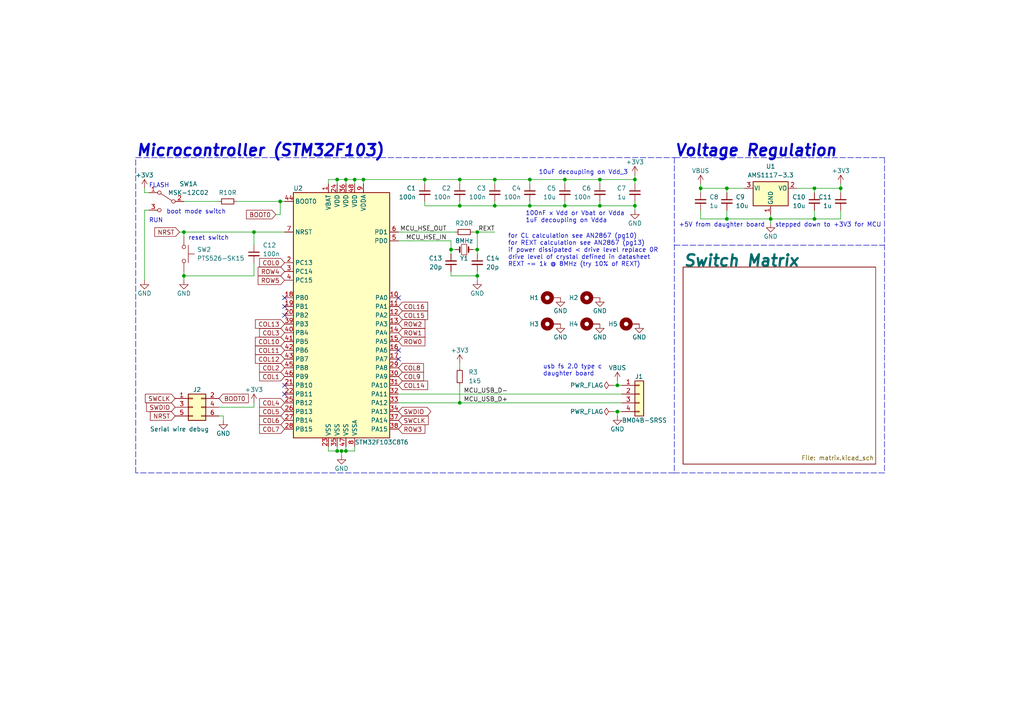
<source format=kicad_sch>
(kicad_sch (version 20211123) (generator eeschema)
  (paper "A4")
  (title_block (title "mech-eighty schematic") (date "2022-08-18") (rev "1.0") (company "rothman"))
  (lib_symbols
    (symbol "Connector_Generic:Conn_01x04" (pin_names (offset 1.016) hide)
      (property "Reference" "J" (at 0 5.08 0))
      (property "Value" "Conn_01x04" (at 0 -7.62 0))
      (symbol "Conn_01x04_1_1"
        (rectangle (start -1.27 -4.953) (end 0 -5.207) (stroke (width 0.1524)))
        (rectangle (start -1.27 -2.413) (end 0 -2.667) (stroke (width 0.1524)))
        (rectangle (start -1.27 0.127) (end 0 -0.127) (stroke (width 0.1524)))
        (rectangle (start -1.27 2.667) (end 0 2.413) (stroke (width 0.1524)))
        (rectangle (start -1.27 3.81) (end 1.27 -6.35) (stroke (width 0.254)) (fill (type background)))
        (pin passive line (at -5.08 2.54 0) (length 3.81) (name "Pin_1") (number "1"))
        (pin passive line (at -5.08 0 0) (length 3.81) (name "Pin_2") (number "2"))
        (pin passive line (at -5.08 -2.54 0) (length 3.81) (name "Pin_3") (number "3"))
        (pin passive line (at -5.08 -5.08 0) (length 3.81) (name "Pin_4") (number "4"))
      )
    )
    (symbol "Connector_Generic:Conn_02x03_Odd_Even" (pin_names (offset 1.016) hide)
      (property "Reference" "J" (at 1.27 5.08 0))
      (property "Value" "Conn_02x03_Odd_Even" (at 1.27 -5.08 0))
      (symbol "Conn_02x03_Odd_Even_1_1"
        (rectangle (start -1.27 -2.413) (end 0 -2.667) (stroke (width 0.1524)))
        (rectangle (start -1.27 0.127) (end 0 -0.127) (stroke (width 0.1524)))
        (rectangle (start -1.27 2.667) (end 0 2.413) (stroke (width 0.1524)))
        (rectangle (start -1.27 3.81) (end 3.81 -3.81) (stroke (width 0.254)) (fill (type background)))
        (rectangle (start 3.81 -2.413) (end 2.54 -2.667) (stroke (width 0.1524)))
        (rectangle (start 3.81 0.127) (end 2.54 -0.127) (stroke (width 0.1524)))
        (rectangle (start 3.81 2.667) (end 2.54 2.413) (stroke (width 0.1524)))
        (pin passive line (at -5.08 2.54 0) (length 3.81) (name "Pin_1") (number "1"))
        (pin passive line (at 7.62 2.54 180) (length 3.81) (name "Pin_2") (number "2"))
        (pin passive line (at -5.08 0 0) (length 3.81) (name "Pin_3") (number "3"))
        (pin passive line (at 7.62 0 180) (length 3.81) (name "Pin_4") (number "4"))
        (pin passive line (at -5.08 -2.54 0) (length 3.81) (name "Pin_5") (number "5"))
        (pin passive line (at 7.62 -2.54 180) (length 3.81) (name "Pin_6") (number "6"))
      )
    )
    (symbol "Device:C_Small" (pin_numbers hide) (pin_names (offset 0.254) hide)
      (property "Reference" "C" (at 0.254 1.778 0))
      (property "Value" "C_Small" (at 0.254 -2.032 0))
      (symbol "C_Small_0_1"
        (polyline (pts (xy -1.524 -0.508) (xy 1.524 -0.508)) (stroke (width 0.3302)))
        (polyline (pts (xy -1.524 0.508) (xy 1.524 0.508)) (stroke (width 0.3048)))
      )
      (symbol "C_Small_1_1"
        (pin passive line (at 0 2.54 270) (length 2.032) (name "~") (number "1"))
        (pin passive line (at 0 -2.54 90) (length 2.032) (name "~") (number "2"))
      )
    )
    (symbol "Device:Crystal_Small" (pin_numbers hide) (pin_names (offset 1.016) hide)
      (property "Reference" "Y" (at 0 2.54 0))
      (property "Value" "Crystal_Small" (at 0 -2.54 0))
      (symbol "Crystal_Small_0_1"
        (rectangle (start -0.762 -1.524) (end 0.762 1.524))
        (polyline (pts (xy -1.27 -0.762) (xy -1.27 0.762)) (stroke (width 0.381)))
        (polyline (pts (xy 1.27 -0.762) (xy 1.27 0.762)) (stroke (width 0.381)))
      )
      (symbol "Crystal_Small_1_1"
        (pin passive line (at -2.54 0 0) (length 1.27) (name "1") (number "1"))
        (pin passive line (at 2.54 0 180) (length 1.27) (name "2") (number "2"))
      )
    )
    (symbol "Device:R_Small" (pin_numbers hide) (pin_names (offset 0.254) hide)
      (property "Reference" "R" (at 0.762 0.508 0))
      (property "Value" "R_Small" (at 0.762 -1.016 0))
      (symbol "R_Small_0_1"
        (rectangle (start -0.762 1.778) (end 0.762 -1.778) (stroke (width 0.2032)))
      )
      (symbol "R_Small_1_1"
        (pin passive line (at 0 2.54 270) (length 0.762) (name "~") (number "1"))
        (pin passive line (at 0 -2.54 90) (length 0.762) (name "~") (number "2"))
      )
    )
    (symbol "Mechanical:MountingHole_Pad" (pin_numbers hide) (pin_names (offset 1.016) hide)
      (property "Reference" "H" (at 0 6.35 0))
      (property "Value" "MountingHole_Pad" (at 0 4.445 0))
      (symbol "MountingHole_Pad_0_1"
        (circle (center 0 1.27) (radius 1.27) (stroke (width 1.27)))
      )
      (symbol "MountingHole_Pad_1_1"
        (pin input line (at 0 -2.54 90) (length 2.54) (name "1") (number "1"))
      )
    )
    (symbol "Regulator_Linear:AMS1117-3.3" (pin_names (offset 0.254))
      (property "Reference" "U" (at -3.81 3.175 0))
      (property "Value" "AMS1117-3.3" (at 0 3.175 0))
      (symbol "AMS1117-3.3_0_1"
        (rectangle (start -5.08 -5.08) (end 5.08 1.905) (stroke (width 0.254)) (fill (type background)))
      )
      (symbol "AMS1117-3.3_1_1"
        (pin power_in line (at 0 -7.62 90) (length 2.54) (name "GND") (number "1"))
        (pin power_out line (at 7.62 0 180) (length 2.54) (name "VO") (number "2"))
        (pin power_in line (at -7.62 0 0) (length 2.54) (name "VI") (number "3"))
      )
    )
    (symbol "STM32_F103C8T6:STM32F103C8T6"
      (property "Reference" "U" (at -12.7 36.83 0))
      (property "Value" "STM32F103C8T6" (at 15.24 36.83 0))
      (symbol "STM32F103C8T6_0_1"
        (rectangle (start -13.97 -35.56) (end 13.97 35.56) (stroke (width 0.254)) (fill (type background)))
      )
      (symbol "STM32F103C8T6_1_1"
        (pin power_in line (at -3.81 38.1 270) (length 2.54) (name "VBAT") (number "1"))
        (pin bidirectional line (at 16.51 5.08 180) (length 2.54) (name "PA0") (number "10"))
        (pin bidirectional line (at 16.51 2.54 180) (length 2.54) (name "PA1") (number "11"))
        (pin bidirectional line (at 16.51 0 180) (length 2.54) (name "PA2") (number "12"))
        (pin bidirectional line (at 16.51 -2.54 180) (length 2.54) (name "PA3") (number "13"))
        (pin bidirectional line (at 16.51 -5.08 180) (length 2.54) (name "PA4") (number "14"))
        (pin bidirectional line (at 16.51 -7.62 180) (length 2.54) (name "PA5") (number "15"))
        (pin bidirectional line (at 16.51 -10.16 180) (length 2.54) (name "PA6") (number "16"))
        (pin bidirectional line (at 16.51 -12.7 180) (length 2.54) (name "PA7") (number "17"))
        (pin bidirectional line (at -16.51 5.08 0) (length 2.54) (name "PB0") (number "18"))
        (pin bidirectional line (at -16.51 2.54 0) (length 2.54) (name "PB1") (number "19"))
        (pin bidirectional line (at -16.51 15.24 0) (length 2.54) (name "PC13") (number "2"))
        (pin bidirectional line (at -16.51 0 0) (length 2.54) (name "PB2") (number "20"))
        (pin bidirectional line (at -16.51 -20.32 0) (length 2.54) (name "PB10") (number "21"))
        (pin bidirectional line (at -16.51 -22.86 0) (length 2.54) (name "PB11") (number "22"))
        (pin power_in line (at -3.81 -38.1 90) (length 2.54) (name "VSS") (number "23"))
        (pin power_in line (at -1.27 38.1 270) (length 2.54) (name "VDD") (number "24"))
        (pin bidirectional line (at -16.51 -25.4 0) (length 2.54) (name "PB12") (number "25"))
        (pin bidirectional line (at -16.51 -27.94 0) (length 2.54) (name "PB13") (number "26"))
        (pin bidirectional line (at -16.51 -30.48 0) (length 2.54) (name "PB14") (number "27"))
        (pin bidirectional line (at -16.51 -33.02 0) (length 2.54) (name "PB15") (number "28"))
        (pin bidirectional line (at 16.51 -15.24 180) (length 2.54) (name "PA8") (number "29"))
        (pin bidirectional line (at -16.51 12.7 0) (length 2.54) (name "PC14") (number "3"))
        (pin bidirectional line (at 16.51 -17.78 180) (length 2.54) (name "PA9") (number "30"))
        (pin bidirectional line (at 16.51 -20.32 180) (length 2.54) (name "PA10") (number "31"))
        (pin bidirectional line (at 16.51 -22.86 180) (length 2.54) (name "PA11") (number "32"))
        (pin bidirectional line (at 16.51 -25.4 180) (length 2.54) (name "PA12") (number "33"))
        (pin bidirectional line (at 16.51 -27.94 180) (length 2.54) (name "PA13") (number "34"))
        (pin power_in line (at -1.27 -38.1 90) (length 2.54) (name "VSS") (number "35"))
        (pin power_in line (at 1.27 38.1 270) (length 2.54) (name "VDD") (number "36"))
        (pin bidirectional line (at 16.51 -30.48 180) (length 2.54) (name "PA14") (number "37"))
        (pin bidirectional line (at 16.51 -33.02 180) (length 2.54) (name "PA15") (number "38"))
        (pin bidirectional line (at -16.51 -2.54 0) (length 2.54) (name "PB3") (number "39"))
        (pin bidirectional line (at -16.51 10.16 0) (length 2.54) (name "PC15") (number "4"))
        (pin bidirectional line (at -16.51 -5.08 0) (length 2.54) (name "PB4") (number "40"))
        (pin bidirectional line (at -16.51 -7.62 0) (length 2.54) (name "PB5") (number "41"))
        (pin bidirectional line (at -16.51 -10.16 0) (length 2.54) (name "PB6") (number "42"))
        (pin bidirectional line (at -16.51 -12.7 0) (length 2.54) (name "PB7") (number "43"))
        (pin input line (at -16.51 33.02 0) (length 2.54) (name "BOOT0") (number "44"))
        (pin bidirectional line (at -16.51 -15.24 0) (length 2.54) (name "PB8") (number "45"))
        (pin bidirectional line (at -16.51 -17.78 0) (length 2.54) (name "PB9") (number "46"))
        (pin power_in line (at 1.27 -38.1 90) (length 2.54) (name "VSS") (number "47"))
        (pin power_in line (at 3.81 38.1 270) (length 2.54) (name "VDD") (number "48"))
        (pin input line (at 16.51 21.59 180) (length 2.54) (name "PD0") (number "5"))
        (pin input line (at 16.51 24.13 180) (length 2.54) (name "PD1") (number "6"))
        (pin input line (at -16.51 24.13 0) (length 2.54) (name "NRST") (number "7"))
        (pin power_in line (at 3.81 -38.1 90) (length 2.54) (name "VSSA") (number "8"))
        (pin power_in line (at 6.35 38.1 270) (length 2.54) (name "VDDA") (number "9"))
      )
    )
    (symbol "Switch:SW_DPDT_x2" (pin_names (offset 0) hide)
      (property "Reference" "SW" (at 0 4.318 0))
      (property "Value" "SW_DPDT_x2" (at 0 -5.08 0))
      (symbol "SW_DPDT_x2_0_0"
        (circle (center -2.032 0) (radius 0.508))
        (circle (center 2.032 -2.54) (radius 0.508))
      )
      (symbol "SW_DPDT_x2_0_1"
        (polyline (pts (xy -1.524 0.254) (xy 1.651 2.286)))
        (circle (center 2.032 2.54) (radius 0.508))
      )
      (symbol "SW_DPDT_x2_1_1"
        (pin passive line (at 5.08 2.54 180) (length 2.54) (name "A") (number "1"))
        (pin passive line (at -5.08 0 0) (length 2.54) (name "B") (number "2"))
        (pin passive line (at 5.08 -2.54 180) (length 2.54) (name "C") (number "3"))
      )
      (symbol "SW_DPDT_x2_2_1"
        (pin passive line (at 5.08 2.54 180) (length 2.54) (name "A") (number "4"))
        (pin passive line (at -5.08 0 0) (length 2.54) (name "B") (number "5"))
        (pin passive line (at 5.08 -2.54 180) (length 2.54) (name "C") (number "6"))
      )
    )
    (symbol "Switch:SW_Push" (pin_numbers hide) (pin_names (offset 1.016) hide)
      (property "Reference" "SW" (at 1.27 2.54 0))
      (property "Value" "SW_Push" (at 0 -1.524 0))
      (symbol "SW_Push_0_1"
        (circle (center -2.032 0) (radius 0.508))
        (polyline (pts (xy 0 1.27) (xy 0 3.048)))
        (polyline (pts (xy 2.54 1.27) (xy -2.54 1.27)))
        (circle (center 2.032 0) (radius 0.508))
        (pin passive line (at -5.08 0 0) (length 2.54) (name "1") (number "1"))
        (pin passive line (at 5.08 0 180) (length 2.54) (name "2") (number "2"))
      )
    )
    (symbol "power:+3V3" (power) (pin_names (offset 0))
      (property "Value" "+3V3" (at 0 3.556 0))
      (symbol "+3V3_0_1"
        (polyline (pts (xy -0.762 1.27) (xy 0 2.54)))
        (polyline (pts (xy 0 0) (xy 0 2.54)))
        (polyline (pts (xy 0 2.54) (xy 0.762 1.27)))
      )
      (symbol "+3V3_1_1"
        (pin power_in line (at 0 0 90) (length 0) hide (name "+3V3") (number "1"))
      )
    )
    (symbol "power:GND" (power) (pin_names (offset 0))
      (property "Value" "GND" (at 0 -3.81 0))
      (symbol "GND_0_1"
        (polyline (pts (xy 0 0) (xy 0 -1.27) (xy 1.27 -1.27) (xy 0 -2.54) (xy -1.27 -1.27) (xy 0 -1.27)))
      )
      (symbol "GND_1_1"
        (pin power_in line (at 0 0 270) (length 0) hide (name "GND") (number "1"))
      )
    )
    (symbol "power:PWR_FLAG" (power) (pin_numbers hide) (pin_names (offset 0) hide)
      (property "Value" "PWR_FLAG" (at 0 3.81 0))
      (symbol "PWR_FLAG_0_0"
        (pin power_out line (at 0 0 90) (length 0) (name "pwr") (number "1"))
      )
      (symbol "PWR_FLAG_0_1"
        (polyline (pts (xy 0 0) (xy 0 1.27) (xy -1.016 1.905) (xy 0 2.54) (xy 1.016 1.905) (xy 0 1.27)))
      )
    )
    (symbol "power:VBUS" (power) (pin_names (offset 0))
      (property "Value" "VBUS" (at 0 3.81 0))
      (symbol "VBUS_0_1"
        (polyline (pts (xy -0.762 1.27) (xy 0 2.54)))
        (polyline (pts (xy 0 0) (xy 0 2.54)))
        (polyline (pts (xy 0 2.54) (xy 0.762 1.27)))
      )
      (symbol "VBUS_1_1"
        (pin power_in line (at 0 0 90) (length 0) hide (name "VBUS") (number "1"))
      )
    )
  )
  (junction (at 153.67 59.69))
  (junction (at 163.83 59.69))
  (junction (at 133.35 52.07))
  (junction (at 163.83 52.07))
  (junction (at 133.35 59.69))
  (junction (at 173.99 52.07))
  (junction (at 236.22 54.61))
  (junction (at 53.34 80.01))
  (junction (at 143.51 52.07))
  (junction (at 153.67 52.07))
  (junction (at 138.43 72.39))
  (junction (at 243.84 54.61))
  (junction (at 130.81 72.39))
  (junction (at 138.43 67.31))
  (junction (at 143.51 59.69))
  (junction (at 210.82 63.5))
  (junction (at 223.52 63.5))
  (junction (at 210.82 54.61))
  (junction (at 100.33 130.81))
  (junction (at 97.79 52.07))
  (junction (at 81.28 58.42))
  (junction (at 138.43 80.01))
  (junction (at 73.66 67.31))
  (junction (at 179.07 111.76))
  (junction (at 123.19 52.07))
  (junction (at 102.87 52.07))
  (junction (at 184.15 59.69))
  (junction (at 203.2 54.61))
  (junction (at 179.07 119.38))
  (junction (at 184.15 52.07))
  (junction (at 133.35 116.84))
  (junction (at 236.22 63.5))
  (junction (at 100.33 52.07))
  (junction (at 173.99 59.69))
  (junction (at 97.79 130.81))
  (junction (at 105.41 52.07))
  (junction (at 99.06 130.81))
  (junction (at 53.34 67.31))
  (no_connect (at 82.55 88.9))
  (no_connect (at 82.55 91.44))
  (no_connect (at 115.57 86.36))
  (no_connect (at 115.57 101.6))
  (no_connect (at 82.55 111.76))
  (no_connect (at 82.55 114.3))
  (no_connect (at 82.55 86.36))
  (no_connect (at 115.57 104.14))
  (wire (pts (xy 53.34 67.31) (xy 73.66 67.31)))
  (wire (pts (xy 95.25 130.81) (xy 97.79 130.81)))
  (wire (pts (xy 95.25 53.34) (xy 95.25 52.07)))
  (wire (pts (xy 105.41 52.07) (xy 123.19 52.07)))
  (wire (pts (xy 41.91 54.61) (xy 41.91 55.88)))
  (wire (pts (xy 130.81 72.39) (xy 132.08 72.39)))
  (wire (pts (xy 53.34 67.31) (xy 53.34 68.58)))
  (wire (pts (xy 52.07 67.31) (xy 53.34 67.31)))
  (wire (pts (xy 177.8 111.76) (xy 179.07 111.76)))
  (wire (pts (xy 115.57 67.31) (xy 132.08 67.31)))
  (wire (pts (xy 100.33 129.54) (xy 100.33 130.81)))
  (wire (pts (xy 64.77 120.65) (xy 63.5 120.65)))
  (wire (pts (xy 137.16 72.39) (xy 138.43 72.39)))
  (wire (pts (xy 210.82 60.96) (xy 210.82 63.5)))
  (wire (pts (xy 243.84 60.96) (xy 243.84 63.5)))
  (wire (pts (xy 223.52 63.5) (xy 223.52 62.23)))
  (wire (pts (xy 173.99 58.42) (xy 173.99 59.69)))
  (wire (pts (xy 236.22 54.61) (xy 236.22 55.88)))
  (wire (pts (xy 102.87 52.07) (xy 102.87 53.34)))
  (wire (pts (xy 153.67 52.07) (xy 153.67 53.34)))
  (polyline (pts (xy 39.37 45.72) (xy 195.58 45.72)))
  (wire (pts (xy 133.35 116.84) (xy 180.34 116.84)))
  (wire (pts (xy 173.99 59.69) (xy 163.83 59.69)))
  (wire (pts (xy 184.15 59.69) (xy 173.99 59.69)))
  (wire (pts (xy 133.35 59.69) (xy 123.19 59.69)))
  (wire (pts (xy 163.83 58.42) (xy 163.83 59.69)))
  (wire (pts (xy 184.15 50.8) (xy 184.15 52.07)))
  (wire (pts (xy 97.79 130.81) (xy 99.06 130.81)))
  (wire (pts (xy 82.55 67.31) (xy 73.66 67.31)))
  (wire (pts (xy 138.43 80.01) (xy 138.43 81.28)))
  (wire (pts (xy 184.15 58.42) (xy 184.15 59.69)))
  (wire (pts (xy 143.51 59.69) (xy 133.35 59.69)))
  (wire (pts (xy 95.25 52.07) (xy 97.79 52.07)))
  (wire (pts (xy 73.66 67.31) (xy 73.66 71.12)))
  (wire (pts (xy 102.87 129.54) (xy 102.87 130.81)))
  (wire (pts (xy 41.91 55.88) (xy 43.18 55.88)))
  (wire (pts (xy 123.19 52.07) (xy 123.19 53.34)))
  (wire (pts (xy 137.16 67.31) (xy 138.43 67.31)))
  (wire (pts (xy 236.22 63.5) (xy 223.52 63.5)))
  (wire (pts (xy 203.2 54.61) (xy 203.2 53.34)))
  (wire (pts (xy 130.81 69.85) (xy 130.81 72.39)))
  (wire (pts (xy 100.33 52.07) (xy 102.87 52.07)))
  (wire (pts (xy 173.99 52.07) (xy 184.15 52.07)))
  (wire (pts (xy 163.83 52.07) (xy 163.83 53.34)))
  (wire (pts (xy 80.01 62.23) (xy 81.28 62.23)))
  (wire (pts (xy 41.91 60.96) (xy 43.18 60.96)))
  (wire (pts (xy 73.66 116.84) (xy 73.66 118.11)))
  (wire (pts (xy 180.34 119.38) (xy 179.07 119.38)))
  (wire (pts (xy 115.57 69.85) (xy 130.81 69.85)))
  (wire (pts (xy 163.83 52.07) (xy 173.99 52.07)))
  (polyline (pts (xy 39.37 137.16) (xy 39.37 45.72)))
  (wire (pts (xy 100.33 130.81) (xy 102.87 130.81)))
  (wire (pts (xy 133.35 52.07) (xy 143.51 52.07)))
  (wire (pts (xy 143.51 58.42) (xy 143.51 59.69)))
  (wire (pts (xy 123.19 52.07) (xy 133.35 52.07)))
  (wire (pts (xy 99.06 130.81) (xy 100.33 130.81)))
  (wire (pts (xy 210.82 63.5) (xy 203.2 63.5)))
  (polyline (pts (xy 195.58 137.16) (xy 39.37 137.16)))
  (wire (pts (xy 179.07 110.49) (xy 179.07 111.76)))
  (wire (pts (xy 223.52 63.5) (xy 210.82 63.5)))
  (wire (pts (xy 133.35 58.42) (xy 133.35 59.69)))
  (wire (pts (xy 138.43 78.74) (xy 138.43 80.01)))
  (wire (pts (xy 153.67 59.69) (xy 143.51 59.69)))
  (wire (pts (xy 64.77 121.92) (xy 64.77 120.65)))
  (wire (pts (xy 223.52 64.77) (xy 223.52 63.5)))
  (wire (pts (xy 81.28 58.42) (xy 81.28 62.23)))
  (wire (pts (xy 203.2 54.61) (xy 210.82 54.61)))
  (wire (pts (xy 179.07 119.38) (xy 179.07 120.65)))
  (wire (pts (xy 163.83 59.69) (xy 153.67 59.69)))
  (polyline (pts (xy 195.58 71.12) (xy 256.54 71.12)))
  (wire (pts (xy 115.57 116.84) (xy 133.35 116.84)))
  (wire (pts (xy 53.34 80.01) (xy 53.34 81.28)))
  (wire (pts (xy 102.87 52.07) (xy 105.41 52.07)))
  (wire (pts (xy 53.34 58.42) (xy 63.5 58.42)))
  (wire (pts (xy 100.33 52.07) (xy 100.33 53.34)))
  (wire (pts (xy 133.35 52.07) (xy 133.35 53.34)))
  (wire (pts (xy 203.2 55.88) (xy 203.2 54.61)))
  (wire (pts (xy 95.25 129.54) (xy 95.25 130.81)))
  (wire (pts (xy 105.41 52.07) (xy 105.41 53.34)))
  (wire (pts (xy 97.79 52.07) (xy 97.79 53.34)))
  (wire (pts (xy 133.35 105.41) (xy 133.35 106.68)))
  (wire (pts (xy 130.81 80.01) (xy 138.43 80.01)))
  (wire (pts (xy 243.84 54.61) (xy 243.84 55.88)))
  (wire (pts (xy 177.8 119.38) (xy 179.07 119.38)))
  (wire (pts (xy 115.57 114.3) (xy 180.34 114.3)))
  (wire (pts (xy 138.43 72.39) (xy 138.43 73.66)))
  (wire (pts (xy 133.35 111.76) (xy 133.35 116.84)))
  (wire (pts (xy 153.67 52.07) (xy 163.83 52.07)))
  (wire (pts (xy 73.66 76.2) (xy 73.66 80.01)))
  (wire (pts (xy 97.79 129.54) (xy 97.79 130.81)))
  (polyline (pts (xy 256.54 45.72) (xy 256.54 137.16)))
  (wire (pts (xy 180.34 111.76) (xy 179.07 111.76)))
  (wire (pts (xy 143.51 52.07) (xy 153.67 52.07)))
  (wire (pts (xy 130.81 72.39) (xy 130.81 73.66)))
  (wire (pts (xy 68.58 58.42) (xy 81.28 58.42)))
  (wire (pts (xy 53.34 78.74) (xy 53.34 80.01)))
  (wire (pts (xy 173.99 52.07) (xy 173.99 53.34)))
  (wire (pts (xy 210.82 54.61) (xy 210.82 55.88)))
  (polyline (pts (xy 195.58 45.72) (xy 195.58 137.16)))
  (wire (pts (xy 41.91 81.28) (xy 41.91 60.96)))
  (wire (pts (xy 63.5 118.11) (xy 73.66 118.11)))
  (wire (pts (xy 143.51 52.07) (xy 143.51 53.34)))
  (wire (pts (xy 123.19 58.42) (xy 123.19 59.69)))
  (wire (pts (xy 138.43 67.31) (xy 138.43 72.39)))
  (wire (pts (xy 184.15 52.07) (xy 184.15 53.34)))
  (wire (pts (xy 203.2 63.5) (xy 203.2 60.96)))
  (wire (pts (xy 130.81 78.74) (xy 130.81 80.01)))
  (wire (pts (xy 97.79 52.07) (xy 100.33 52.07)))
  (wire (pts (xy 53.34 80.01) (xy 73.66 80.01)))
  (polyline (pts (xy 256.54 137.16) (xy 195.58 137.16)))
  (wire (pts (xy 81.28 58.42) (xy 82.55 58.42)))
  (wire (pts (xy 153.67 58.42) (xy 153.67 59.69)))
  (wire (pts (xy 243.84 53.34) (xy 243.84 54.61)))
  (wire (pts (xy 231.14 54.61) (xy 236.22 54.61)))
  (wire (pts (xy 215.9 54.61) (xy 210.82 54.61)))
  (wire (pts (xy 236.22 54.61) (xy 243.84 54.61)))
  (polyline (pts (xy 195.58 45.72) (xy 256.54 45.72)))
  (wire (pts (xy 243.84 63.5) (xy 236.22 63.5)))
  (wire (pts (xy 138.43 67.31) (xy 143.51 67.31)))
  (wire (pts (xy 184.15 60.96) (xy 184.15 59.69)))
  (wire (pts (xy 236.22 60.96) (xy 236.22 63.5)))
  (wire (pts (xy 99.06 130.81) (xy 99.06 132.08)))
  (text "reset switch" (at 54.61 69.85 0) (effects (font (size 1.27 1.27)) (justify left bottom)))
  (text "+5V from daughter board" (at 196.85 66.04 0) (effects (font (size 1.27 1.27)) (justify left bottom)))
  (text "boot mode switch" (at 48.26 62.23 0) (effects (font (size 1.27 1.27)) (justify left bottom)))
  (text "Microcontroller (STM32F103)" (at 39.37 45.72 0) (effects (font (size 3.27 3.27) (thickness 0.654) bold italic) (justify left bottom)))
  (text "100nF x Vdd or Vbat or Vdda\n1uF decoupling on Vdda" (at 152.4 64.77 0) (effects (font (size 1.27 1.27)) (justify left bottom)))
  (text "Voltage Regulation" (at 195.58 45.72 0) (effects (font (size 3.27 3.27) (thickness 0.654) bold italic) (justify left bottom)))
  (text "stepped down to +3V3 for MCU" (at 224.79 66.04 0) (effects (font (size 1.27 1.27)) (justify left bottom)))
  (text "10uF decoupling on Vdd_3" (at 156.21 50.8 0) (effects (font (size 1.27 1.27)) (justify left bottom)))
  (text "for CL calculation see AN2867 (pg10)\nfor REXT calculation see AN2867 (pg13)\nif power dissipated < drive level replace 0R\ndrive level of crystal defined in datasheet\nREXT ~= 1k @ 8MHz (try 10% of REXT)" (at 147.32 77.47 0) (effects (font (size 1.27 1.27)) (justify left bottom)))
  (text "usb fs 2.0 type c\ndaughter board" (at 157.48 109.22 0) (effects (font (size 1.27 1.27)) (justify left bottom)))
  (text "RUN" (at 43.18 64.77 0) (effects (font (size 1.27 1.27)) (justify left bottom)))
  (text "FLASH" (at 43.18 54.61 0) (effects (font (size 1.27 1.27)) (justify left bottom)))
  (label "MCU_HSE_OUT" (at 129.54 67.31 180))
  (label "REXT" (at 143.51 67.31 180))
  (label "MCU_USB_D-" (at 147.32 114.3 180))
  (label "MCU_HSE_IN" (at 129.54 69.85 180))
  (label "MCU_USB_D+" (at 147.32 116.84 180))
  (global_label "SWCLK" (shape input) (at 50.8 115.57 180) (property "Intersheet References" "${INTERSHEET_REFS}" (effects hide)))
  (global_label "ROW1" (shape input) (at 115.57 96.52 0) (property "Intersheet References" "${INTERSHEET_REFS}" (effects hide)))
  (global_label "COL4" (shape input) (at 82.55 116.84 180) (property "Intersheet References" "${INTERSHEET_REFS}" (effects hide)))
  (global_label "SWCLK" (shape input) (at 115.57 121.92 0) (property "Intersheet References" "${INTERSHEET_REFS}" (effects hide)))
  (global_label "COL5" (shape input) (at 82.55 119.38 180) (property "Intersheet References" "${INTERSHEET_REFS}" (effects hide)))
  (global_label "COL7" (shape input) (at 82.55 124.46 180) (property "Intersheet References" "${INTERSHEET_REFS}" (effects hide)))
  (global_label "COL11" (shape input) (at 82.55 101.6 180) (property "Intersheet References" "${INTERSHEET_REFS}" (effects hide)))
  (global_label "ROW3" (shape input) (at 115.57 124.46 0) (property "Intersheet References" "${INTERSHEET_REFS}" (effects hide)))
  (global_label "SWDIO" (shape input) (at 50.8 118.11 180) (property "Intersheet References" "${INTERSHEET_REFS}" (effects hide)))
  (global_label "COL3" (shape input) (at 82.55 96.52 180) (property "Intersheet References" "${INTERSHEET_REFS}" (effects hide)))
  (global_label "NRST" (shape input) (at 50.8 120.65 180) (property "Intersheet References" "${INTERSHEET_REFS}" (effects hide)))
  (global_label "COL6" (shape input) (at 82.55 121.92 180) (property "Intersheet References" "${INTERSHEET_REFS}" (effects hide)))
  (global_label "ROW5" (shape input) (at 82.55 81.28 180) (property "Intersheet References" "${INTERSHEET_REFS}" (effects hide)))
  (global_label "COL2" (shape input) (at 82.55 106.68 180) (property "Intersheet References" "${INTERSHEET_REFS}" (effects hide)))
  (global_label "ROW0" (shape input) (at 115.57 99.06 0) (property "Intersheet References" "${INTERSHEET_REFS}" (effects hide)))
  (global_label "BOOT0" (shape input) (at 63.5 115.57 0) (property "Intersheet References" "${INTERSHEET_REFS}" (effects hide)))
  (global_label "ROW4" (shape input) (at 82.55 78.74 180) (property "Intersheet References" "${INTERSHEET_REFS}" (effects hide)))
  (global_label "COL12" (shape input) (at 82.55 104.14 180) (property "Intersheet References" "${INTERSHEET_REFS}" (effects hide)))
  (global_label "COL15" (shape input) (at 115.57 91.44 0) (property "Intersheet References" "${INTERSHEET_REFS}" (effects hide)))
  (global_label "COL14" (shape input) (at 115.57 111.76 0) (property "Intersheet References" "${INTERSHEET_REFS}" (effects hide)))
  (global_label "BOOT0" (shape input) (at 80.01 62.23 180) (property "Intersheet References" "${INTERSHEET_REFS}" (effects hide)))
  (global_label "COL8" (shape input) (at 115.57 106.68 0) (property "Intersheet References" "${INTERSHEET_REFS}" (effects hide)))
  (global_label "COL1" (shape input) (at 82.55 109.22 180) (property "Intersheet References" "${INTERSHEET_REFS}" (effects hide)))
  (global_label "COL0" (shape input) (at 82.55 76.2 180) (property "Intersheet References" "${INTERSHEET_REFS}" (effects hide)))
  (global_label "COL13" (shape input) (at 82.55 93.98 180) (property "Intersheet References" "${INTERSHEET_REFS}" (effects hide)))
  (global_label "SWDIO" (shape bidirectional) (at 115.57 119.38 0) (property "Intersheet References" "${INTERSHEET_REFS}" (effects hide)))
  (global_label "ROW2" (shape input) (at 115.57 93.98 0) (property "Intersheet References" "${INTERSHEET_REFS}" (effects hide)))
  (global_label "COL9" (shape input) (at 115.57 109.22 0) (property "Intersheet References" "${INTERSHEET_REFS}" (effects hide)))
  (global_label "NRST" (shape input) (at 52.07 67.31 180) (property "Intersheet References" "${INTERSHEET_REFS}" (effects hide)))
  (global_label "COL16" (shape input) (at 115.57 88.9 0) (property "Intersheet References" "${INTERSHEET_REFS}" (effects hide)))
  (global_label "COL10" (shape input) (at 82.55 99.06 180) (property "Intersheet References" "${INTERSHEET_REFS}" (effects hide)))
  (symbol (lib_id "power:GND") (at 138.43 81.28 0) (unit 1)
    (property "Reference" "#PWR09" (effects hide))
    (property "Value" "GND" (at 138.43 85.09 0))
  )
  (symbol (lib_id "power:+3V3") (at 73.66 116.84 0) (mirror y) (unit 1)
    (property "Reference" "#PWR012" (effects hide))
    (property "Value" "+3V3" (at 73.66 113.03 0))
  )
  (symbol (lib_id "power:+3V3") (at 41.91 54.61 0) (unit 1)
    (property "Reference" "#PWR04" (effects hide))
    (property "Value" "+3V3" (at 41.91 50.8 0))
  )
  (symbol (lib_id "power:PWR_FLAG") (at 177.8 111.76 90) (unit 1)
    (property "Reference" "#FLG01" (effects hide))
    (property "Value" "PWR_FLAG" (at 170.18 111.76 90))
  )
  (symbol (lib_id "power:GND") (at 223.52 64.77 0) (unit 1)
    (property "Reference" "#PWR06" (effects hide))
    (property "Value" "GND" (at 223.52 68.58 0))
  )
  (symbol (lib_id "Device:Crystal_Small") (at 134.62 72.39 180) (unit 1)
    (property "Reference" "Y1" (at 134.62 74.93 0))
    (property "Value" "8MHz" (at 134.62 69.85 0))
    (property "Footprint" "Crystal:Crystal_SMD_HC49-SD" (effects hide))
  )
  (symbol (lib_id "power:PWR_FLAG") (at 177.8 119.38 90) (unit 1)
    (property "Reference" "#FLG02" (effects hide))
    (property "Value" "PWR_FLAG" (at 170.18 119.38 90))
  )
  (symbol (lib_id "Device:C_Small") (at 210.82 58.42 0) (unit 1)
    (property "Reference" "C9" (at 213.36 57.15 0) (effects (justify left)))
    (property "Value" "10u" (at 213.36 59.69 0) (effects (justify left)))
    (property "Footprint" "Capacitor_SMD:C_0805_2012Metric" (effects hide))
  )
  (symbol (lib_id "Device:C_Small") (at 123.19 55.88 0) (mirror y) (unit 1)
    (property "Reference" "C1" (at 120.65 54.61 0) (effects (justify left)))
    (property "Value" "100n" (at 120.65 57.15 0) (effects (justify left)))
    (property "Footprint" "Capacitor_SMD:C_0603_1608Metric" (effects hide))
  )
  (symbol (lib_id "Device:C_Small") (at 153.67 55.88 0) (mirror y) (unit 1)
    (property "Reference" "C4" (at 151.13 54.61 0) (effects (justify left)))
    (property "Value" "100n" (at 151.13 57.15 0) (effects (justify left)))
    (property "Footprint" "Capacitor_SMD:C_0603_1608Metric" (effects hide))
  )
  (symbol (lib_id "Mechanical:MountingHole_Pad") (at 160.02 93.98 90) (unit 1)
    (property "Reference" "H3" (at 154.94 93.98 90))
    (property "Value" "MountingHole_Pad" (effects hide))
    (property "Footprint" "MountingHole:MountingHole_3.2mm_M3_Pad" (effects hide))
  )
  (symbol (lib_id "power:GND") (at 173.99 86.36 0) (unit 1)
    (property "Reference" "#PWR017" (effects hide))
    (property "Value" "GND" (at 173.99 90.17 0))
  )
  (symbol (lib_id "power:GND") (at 162.56 93.98 0) (unit 1)
    (property "Reference" "#PWR018" (effects hide))
    (property "Value" "GND" (at 162.56 97.79 0))
  )
  (symbol (lib_id "Device:C_Small") (at 163.83 55.88 0) (mirror y) (unit 1)
    (property "Reference" "C5" (at 161.29 54.61 0) (effects (justify left)))
    (property "Value" "10u" (at 161.29 57.15 0) (effects (justify left)))
    (property "Footprint" "Capacitor_SMD:C_0805_2012Metric" (effects hide))
  )
  (symbol (lib_id "power:+3V3") (at 133.35 105.41 0) (unit 1)
    (property "Reference" "#PWR010" (effects hide))
    (property "Value" "+3V3" (at 133.35 101.6 0))
  )
  (symbol (lib_id "Device:C_Small") (at 173.99 55.88 0) (mirror y) (unit 1)
    (property "Reference" "C6" (at 171.45 54.61 0) (effects (justify left)))
    (property "Value" "100n" (at 171.45 57.15 0) (effects (justify left)))
    (property "Footprint" "Capacitor_SMD:C_0603_1608Metric" (effects hide))
  )
  (symbol (lib_id "Device:C_Small") (at 203.2 58.42 0) (unit 1)
    (property "Reference" "C8" (at 205.74 57.15 0) (effects (justify left)))
    (property "Value" "1u" (at 205.74 59.69 0) (effects (justify left)))
    (property "Footprint" "Capacitor_SMD:C_0805_2012Metric" (effects hide))
  )
  (symbol (lib_id "Device:C_Small") (at 236.22 58.42 0) (mirror y) (unit 1)
    (property "Reference" "C10" (at 233.68 57.15 0) (effects (justify left)))
    (property "Value" "10u" (at 233.68 59.69 0) (effects (justify left)))
    (property "Footprint" "Capacitor_SMD:C_0805_2012Metric" (effects hide))
  )
  (symbol (lib_id "power:GND") (at 173.99 93.98 0) (unit 1)
    (property "Reference" "#PWR019" (effects hide))
    (property "Value" "GND" (at 173.99 97.79 0))
  )
  (symbol (lib_id "power:GND") (at 53.34 81.28 0) (unit 1)
    (property "Reference" "#PWR08" (effects hide))
    (property "Value" "GND" (at 53.34 85.09 0))
  )
  (symbol (lib_id "Mechanical:MountingHole_Pad") (at 171.45 86.36 90) (unit 1)
    (property "Reference" "H2" (at 166.37 86.36 90))
    (property "Value" "MountingHole_Pad" (effects hide))
    (property "Footprint" "MountingHole:MountingHole_3.2mm_M3_Pad" (effects hide))
  )
  (symbol (lib_id "power:GND") (at 185.42 93.98 0) (unit 1)
    (property "Reference" "#PWR020" (effects hide))
    (property "Value" "GND" (at 185.42 97.79 0))
  )
  (symbol (lib_id "Device:C_Small") (at 143.51 55.88 0) (mirror y) (unit 1)
    (property "Reference" "C3" (at 140.97 54.61 0) (effects (justify left)))
    (property "Value" "100n" (at 140.97 57.15 0) (effects (justify left)))
    (property "Footprint" "Capacitor_SMD:C_0603_1608Metric" (effects hide))
  )
  (symbol (lib_id "Device:C_Small") (at 73.66 73.66 0) (unit 1)
    (property "Reference" "C12" (at 76.2 71.12 0) (effects (justify left)))
    (property "Value" "100n" (at 76.2 73.66 0) (effects (justify left)))
    (property "Footprint" "Capacitor_SMD:C_0603_1608Metric" (effects hide))
  )
  (symbol (lib_id "power:GND") (at 184.15 60.96 0) (unit 1)
    (property "Reference" "#PWR05" (effects hide))
    (property "Value" "GND" (at 184.15 64.77 0))
  )
  (symbol (lib_id "Connector_Generic:Conn_02x03_Odd_Even") (at 55.88 118.11 0) (unit 1)
    (property "Reference" "J2" (at 57.15 113.03 0))
    (property "Value" "Serial wire debug" (at 52.07 124.46 0))
    (property "Footprint" "Connector_PinSocket_2.54mm:PinSocket_2x03_P2.54mm_Vertical" (effects hide))
  )
  (symbol (lib_id "Mechanical:MountingHole_Pad") (at 171.45 93.98 90) (unit 1)
    (property "Reference" "H4" (at 166.37 93.98 90))
    (property "Value" "MountingHole_Pad" (effects hide))
    (property "Footprint" "MountingHole:MountingHole_3.2mm_M3_Pad" (effects hide))
  )
  (symbol (lib_id "power:GND") (at 41.91 81.28 0) (unit 1)
    (property "Reference" "#PWR07" (effects hide))
    (property "Value" "GND" (at 41.91 85.09 0))
  )
  (symbol (lib_id "Switch:SW_DPDT_x2") (at 48.26 58.42 0) (mirror y) (unit 1)
    (property "Reference" "SW1" (at 54.61 53.34 0))
    (property "Value" "MSK-12C02" (at 54.61 55.88 0))
    (property "Footprint" "Button_Switch_SMD:MSK-12C02" (effects hide))
  )
  (symbol (lib_id "Device:C_Small") (at 133.35 55.88 0) (mirror y) (unit 1)
    (property "Reference" "C2" (at 130.81 54.61 0) (effects (justify left)))
    (property "Value" "100n" (at 130.81 57.15 0) (effects (justify left)))
    (property "Footprint" "Capacitor_SMD:C_0603_1608Metric" (effects hide))
  )
  (symbol (lib_id "Regulator_Linear:AMS1117-3.3") (at 223.52 54.61 0) (unit 1)
    (property "Reference" "U1" (at 223.52 48.26 0))
    (property "Value" "AMS1117-3.3" (at 223.52 50.8 0))
    (property "Footprint" "Package_TO_SOT_SMD:SOT-223" (effects hide))
    (property "Datasheet" "http://www.advanced-monolithic.com/pdf/ds1117.pdf" (effects hide))
  )
  (symbol (lib_id "power:GND") (at 179.07 120.65 0) (unit 1)
    (property "Reference" "#PWR013" (effects hide))
    (property "Value" "GND" (at 179.07 124.46 0))
  )
  (symbol (lib_id "Device:C_Small") (at 243.84 58.42 0) (mirror y) (unit 1)
    (property "Reference" "C11" (at 241.3 57.15 0) (effects (justify left)))
    (property "Value" "1u" (at 241.3 59.69 0) (effects (justify left)))
    (property "Footprint" "Capacitor_SMD:C_0805_2012Metric" (effects hide))
  )
  (symbol (lib_id "power:GND") (at 64.77 121.92 0) (unit 1)
    (property "Reference" "#PWR014" (effects hide))
    (property "Value" "GND" (at 64.77 125.73 0))
  )
  (symbol (lib_id "power:VBUS") (at 179.07 110.49 0) (unit 1)
    (property "Reference" "#PWR011" (effects hide))
    (property "Value" "VBUS" (at 179.07 106.68 0))
  )
  (symbol (lib_id "power:GND") (at 162.56 86.36 0) (unit 1)
    (property "Reference" "#PWR016" (effects hide))
    (property "Value" "GND" (at 162.56 90.17 0))
  )
  (symbol (lib_id "Device:R_Small") (at 134.62 67.31 90) (unit 1)
    (property "Reference" "R2" (at 133.35 64.77 90))
    (property "Value" "0R" (at 135.89 64.77 90))
    (property "Footprint" "Resistor_SMD:R_0603_1608Metric" (effects hide))
  )
  (symbol (lib_id "Device:C_Small") (at 130.81 76.2 0) (mirror x) (unit 1)
    (property "Reference" "C13" (at 128.27 74.9235 0) (effects (justify right)))
    (property "Value" "20p" (at 128.27 77.4635 0) (effects (justify right)))
    (property "Footprint" "Capacitor_SMD:C_0603_1608Metric" (effects hide))
  )
  (symbol (lib_id "Device:C_Small") (at 138.43 76.2 0) (unit 1)
    (property "Reference" "C14" (at 140.97 74.9362 0) (effects (justify left)))
    (property "Value" "20p" (at 140.97 77.4762 0) (effects (justify left)))
    (property "Footprint" "Capacitor_SMD:C_0603_1608Metric" (effects hide))
  )
  (symbol (lib_id "Device:R_Small") (at 133.35 109.22 0) (unit 1)
    (property "Reference" "R3" (at 135.89 107.9499 0) (effects (justify left)))
    (property "Value" "1k5" (at 135.89 110.4899 0) (effects (justify left)))
    (property "Footprint" "Resistor_SMD:R_0603_1608Metric" (effects hide))
  )
  (symbol (lib_id "power:+3V3") (at 184.15 50.8 0) (unit 1)
    (property "Reference" "#PWR01" (effects hide))
    (property "Value" "+3V3" (at 184.15 46.99 0))
  )
  (symbol (lib_id "STM32_F103C8T6:STM32F103C8T6") (at 99.06 91.44 0) (unit 1)
    (property "Reference" "U2" (at 85.09 54.61 0) (effects (justify left)))
    (property "Value" "STM32F103C8T6" (at 102.87 128.27 0) (effects (justify left)))
    (property "Footprint" "Package_QFP:LQFP-48_7x7mm_P0.5mm" (effects hide))
  )
  (symbol (lib_id "power:GND") (at 99.06 132.08 0) (unit 1)
    (property "Reference" "#PWR015" (effects hide))
    (property "Value" "GND" (at 99.06 135.89 0))
  )
  (symbol (lib_id "Device:R_Small") (at 66.04 58.42 90) (unit 1)
    (property "Reference" "R1" (at 64.77 55.88 90))
    (property "Value" "0R" (at 67.31 55.88 90))
    (property "Footprint" "Resistor_SMD:R_0603_1608Metric" (effects hide))
  )
  (symbol (lib_id "Mechanical:MountingHole_Pad") (at 182.88 93.98 90) (unit 1)
    (property "Reference" "H5" (at 177.8 93.98 90))
    (property "Value" "MountingHole_Pad" (effects hide))
    (property "Footprint" "MountingHole:MountingHole_3.2mm_M3_Pad" (effects hide))
  )
  (symbol (lib_id "Mechanical:MountingHole_Pad") (at 160.02 86.36 90) (unit 1)
    (property "Reference" "H1" (at 154.94 86.36 90))
    (property "Value" "MountingHole_Pad" (effects hide))
    (property "Footprint" "MountingHole:MountingHole_3.2mm_M3_Pad" (effects hide))
  )
  (symbol (lib_id "Device:C_Small") (at 184.15 55.88 0) (mirror y) (unit 1)
    (property "Reference" "C7" (at 181.61 54.61 0) (effects (justify left)))
    (property "Value" "1u" (at 181.61 57.15 0) (effects (justify left)))
    (property "Footprint" "Capacitor_SMD:C_0805_2012Metric" (effects hide))
  )
  (symbol (lib_id "Switch:SW_Push") (at 53.34 73.66 270) (unit 1)
    (property "Reference" "SW2" (at 57.15 72.3899 90) (effects (justify left)))
    (property "Value" "PTS526-SK15" (at 57.15 74.9299 90) (effects (justify left)))
    (property "Footprint" "kailh_sockets:SW_PTS526_SM08_SMTR2_LFS" (effects hide))
  )
  (symbol (lib_id "Connector_Generic:Conn_01x04") (at 185.42 114.3 0) (unit 1)
    (property "Reference" "J1" (at 184.15 109.22 0) (effects (justify left)))
    (property "Value" "BM04B-SRSS" (at 180.34 121.92 0) (effects (justify left)))
    (property "Footprint" "Connector_JST:JST_SH_BM04B-SRSS-TB_1x04-1MP_P1.00mm_Vertical" (effects hide))
  )
  (symbol (lib_id "power:+3V3") (at 243.84 53.34 0) (unit 1)
    (property "Reference" "#PWR03" (effects hide))
    (property "Value" "+3V3" (at 243.84 49.53 0))
  )
  (symbol (lib_id "power:VBUS") (at 203.2 53.34 0) (unit 1)
    (property "Reference" "#PWR02" (effects hide))
    (property "Value" "VBUS" (at 203.2 49.53 0))
  )
  (sheet (at 198.12 77.47) (size 55.88 57.15) (stroke (width 0.1524))
    (property "Sheet name" "Switch Matrix" (at 198.12 77.47 0) (effects (font (size 3.27 3.27) bold italic) (justify left bottom)))
    (property "Sheet file" "matrix.kicad_sch" (at 232.41 132.08 0) (effects (justify left top)))
  )
)
</source>
